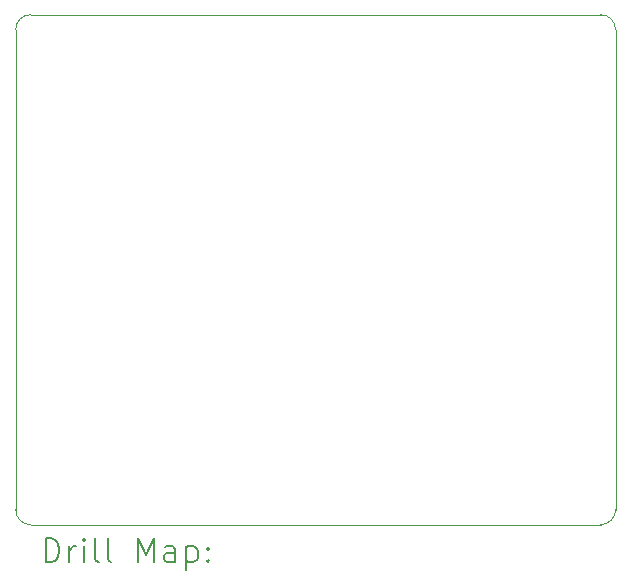
<source format=gbr>
%TF.GenerationSoftware,KiCad,Pcbnew,7.0.9*%
%TF.CreationDate,2024-01-24T09:54:02+01:00*%
%TF.ProjectId,Final_project,46696e61-6c5f-4707-926f-6a6563742e6b,1*%
%TF.SameCoordinates,Original*%
%TF.FileFunction,Drillmap*%
%TF.FilePolarity,Positive*%
%FSLAX45Y45*%
G04 Gerber Fmt 4.5, Leading zero omitted, Abs format (unit mm)*
G04 Created by KiCad (PCBNEW 7.0.9) date 2024-01-24 09:54:02*
%MOMM*%
%LPD*%
G01*
G04 APERTURE LIST*
%ADD10C,0.100000*%
%ADD11C,0.200000*%
G04 APERTURE END LIST*
D10*
X12954000Y-10160000D02*
G75*
G03*
X12827000Y-10033000I-127000J0D01*
G01*
X7874000Y-10160000D02*
X7874000Y-14224000D01*
X7874000Y-14224000D02*
G75*
G03*
X8001000Y-14351000I127000J0D01*
G01*
X8001000Y-14351000D02*
X12827000Y-14351000D01*
X12827000Y-10033000D02*
X8001000Y-10033000D01*
X12954000Y-14224000D02*
X12954000Y-10160000D01*
X12827000Y-14351000D02*
G75*
G03*
X12954000Y-14224000I0J127000D01*
G01*
X8001000Y-10033000D02*
G75*
G03*
X7874000Y-10160000I0J-127000D01*
G01*
D11*
X8129777Y-14667484D02*
X8129777Y-14467484D01*
X8129777Y-14467484D02*
X8177396Y-14467484D01*
X8177396Y-14467484D02*
X8205967Y-14477008D01*
X8205967Y-14477008D02*
X8225015Y-14496055D01*
X8225015Y-14496055D02*
X8234539Y-14515103D01*
X8234539Y-14515103D02*
X8244062Y-14553198D01*
X8244062Y-14553198D02*
X8244062Y-14581769D01*
X8244062Y-14581769D02*
X8234539Y-14619865D01*
X8234539Y-14619865D02*
X8225015Y-14638912D01*
X8225015Y-14638912D02*
X8205967Y-14657960D01*
X8205967Y-14657960D02*
X8177396Y-14667484D01*
X8177396Y-14667484D02*
X8129777Y-14667484D01*
X8329777Y-14667484D02*
X8329777Y-14534150D01*
X8329777Y-14572246D02*
X8339301Y-14553198D01*
X8339301Y-14553198D02*
X8348824Y-14543674D01*
X8348824Y-14543674D02*
X8367872Y-14534150D01*
X8367872Y-14534150D02*
X8386920Y-14534150D01*
X8453586Y-14667484D02*
X8453586Y-14534150D01*
X8453586Y-14467484D02*
X8444063Y-14477008D01*
X8444063Y-14477008D02*
X8453586Y-14486531D01*
X8453586Y-14486531D02*
X8463110Y-14477008D01*
X8463110Y-14477008D02*
X8453586Y-14467484D01*
X8453586Y-14467484D02*
X8453586Y-14486531D01*
X8577396Y-14667484D02*
X8558348Y-14657960D01*
X8558348Y-14657960D02*
X8548824Y-14638912D01*
X8548824Y-14638912D02*
X8548824Y-14467484D01*
X8682158Y-14667484D02*
X8663110Y-14657960D01*
X8663110Y-14657960D02*
X8653586Y-14638912D01*
X8653586Y-14638912D02*
X8653586Y-14467484D01*
X8910729Y-14667484D02*
X8910729Y-14467484D01*
X8910729Y-14467484D02*
X8977396Y-14610341D01*
X8977396Y-14610341D02*
X9044063Y-14467484D01*
X9044063Y-14467484D02*
X9044063Y-14667484D01*
X9225015Y-14667484D02*
X9225015Y-14562722D01*
X9225015Y-14562722D02*
X9215491Y-14543674D01*
X9215491Y-14543674D02*
X9196444Y-14534150D01*
X9196444Y-14534150D02*
X9158348Y-14534150D01*
X9158348Y-14534150D02*
X9139301Y-14543674D01*
X9225015Y-14657960D02*
X9205967Y-14667484D01*
X9205967Y-14667484D02*
X9158348Y-14667484D01*
X9158348Y-14667484D02*
X9139301Y-14657960D01*
X9139301Y-14657960D02*
X9129777Y-14638912D01*
X9129777Y-14638912D02*
X9129777Y-14619865D01*
X9129777Y-14619865D02*
X9139301Y-14600817D01*
X9139301Y-14600817D02*
X9158348Y-14591293D01*
X9158348Y-14591293D02*
X9205967Y-14591293D01*
X9205967Y-14591293D02*
X9225015Y-14581769D01*
X9320253Y-14534150D02*
X9320253Y-14734150D01*
X9320253Y-14543674D02*
X9339301Y-14534150D01*
X9339301Y-14534150D02*
X9377396Y-14534150D01*
X9377396Y-14534150D02*
X9396444Y-14543674D01*
X9396444Y-14543674D02*
X9405967Y-14553198D01*
X9405967Y-14553198D02*
X9415491Y-14572246D01*
X9415491Y-14572246D02*
X9415491Y-14629388D01*
X9415491Y-14629388D02*
X9405967Y-14648436D01*
X9405967Y-14648436D02*
X9396444Y-14657960D01*
X9396444Y-14657960D02*
X9377396Y-14667484D01*
X9377396Y-14667484D02*
X9339301Y-14667484D01*
X9339301Y-14667484D02*
X9320253Y-14657960D01*
X9501205Y-14648436D02*
X9510729Y-14657960D01*
X9510729Y-14657960D02*
X9501205Y-14667484D01*
X9501205Y-14667484D02*
X9491682Y-14657960D01*
X9491682Y-14657960D02*
X9501205Y-14648436D01*
X9501205Y-14648436D02*
X9501205Y-14667484D01*
X9501205Y-14543674D02*
X9510729Y-14553198D01*
X9510729Y-14553198D02*
X9501205Y-14562722D01*
X9501205Y-14562722D02*
X9491682Y-14553198D01*
X9491682Y-14553198D02*
X9501205Y-14543674D01*
X9501205Y-14543674D02*
X9501205Y-14562722D01*
M02*

</source>
